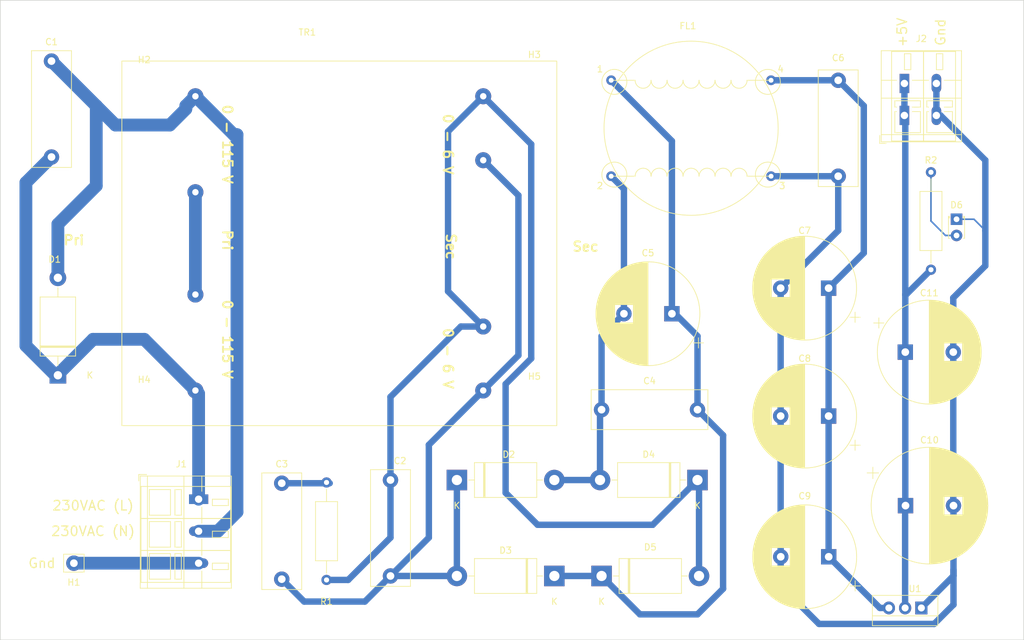
<source format=kicad_pcb>
(kicad_pcb (version 20211014) (generator pcbnew)
  (layers (0 "F.Cu" signal) (31 "B.Cu" signal) (34 "B.Paste" user) (35 "F.Paste" user) (36 "B.SilkS" user "B.Silkscreen") (37 "F.SilkS" user "F.Silkscreen") (38 "B.Mask" user) (39 "F.Mask" user) (44 "Edge.Cuts" user))
  (net 0 "")
  (net 1 "Net-(C1-Pad1)")
  (net 2 "Net-(C1-Pad2)")
  (net 3 "Net-(C2-Pad1)")
  (net 4 "Net-(C2-Pad2)")
  (net 5 "Net-(C3-Pad2)")
  (net 6 "Net-(C4-Pad1)")
  (net 7 "Net-(C4-Pad2)")
  (net 8 "Net-(C6-Pad1)")
  (net 9 "Net-(C10-Pad2)")
  (net 10 "Net-(C10-Pad1)")
  (net 11 "Net-(J1-Pad3)")
  (net 12 "Net-(TR1-Pad2)")
  (net 13 "Net-(D6-Pad2)")
  (footprint "Capacitor_THT:C_Rect_L18.0mm_W6.0mm_P15.00mm_FKS3_FKP3" (layer "F.Cu") (at 126 -179 180)
    (fp_text reference "C4" (at 7.5 4.5) (layer "F.SilkS"))
    (fp_text value "100 nF")
    (pad "1" thru_hole circle (at 0 0 180) (size 2.4 2.4) (drill 1.2) (layers *.Cu *.Mask) (net 6 "Net-(C4-Pad1)"))
    (pad "2" thru_hole circle (at 15 0 180) (size 2.4 2.4) (drill 1.2) (layers *.Cu *.Mask) (net 7 "Net-(C4-Pad2)"))
  )
  (footprint "MountingHole:MountingHole_2.7mm_M2.5" (layer "F.Cu") (at 100.5 -230)
    (fp_text reference "H3" (at 0 -4.5) (layer "F.SilkS"))
    (fp_text value "MountingHole")
    (pad "" np_thru_hole circle (at 0 0) (size 2.7 2.7) (drill 2.7) (layers *.Cu *.Mask))
  )
  (footprint "TerminalBlock_WAGO:TerminalBlock_WAGO_236-402_1x02_P5.00mm_45Degree" (layer "F.Cu") (at 158.35 -230)
    (fp_text reference "J2" (at 2.65 -7) (layer "F.SilkS"))
    (fp_text value "5V DC out")
    (pad "1" thru_hole rect (at 0 5) (size 1.5 3) (drill 1.15) (layers *.Cu *.Mask) (net 10 "Net-(C10-Pad1)"))
    (pad "1" thru_hole rect (at 0 0) (size 1.5 3) (drill 1.15) (layers *.Cu *.Mask) (net 10 "Net-(C10-Pad1)"))
    (pad "2" thru_hole oval (at 5 5) (size 1.5 3) (drill 1.15) (layers *.Cu *.Mask) (net 9 "Net-(C10-Pad2)"))
    (pad "2" thru_hole oval (at 5 0) (size 1.5 3) (drill 1.15) (layers *.Cu *.Mask) (net 9 "Net-(C10-Pad2)"))
  )
  (footprint "Package_TO_SOT_THT:TO-262-3_Vertical" (layer "F.Cu") (at 161 -148 180)
    (fp_text reference "U1" (at 1 3) (layer "F.SilkS"))
    (fp_text value "LM1084-5.0")
    (pad "1" thru_hole rect (at 0 0 180) (size 1.905 2) (drill 1.1) (layers *.Cu *.Mask) (net 9 "Net-(C10-Pad2)"))
    (pad "2" thru_hole oval (at 2.54 0 180) (size 1.905 2) (drill 1.1) (layers *.Cu *.Mask) (net 10 "Net-(C10-Pad1)"))
    (pad "3" thru_hole oval (at 5.08 0 180) (size 1.905 2) (drill 1.1) (layers *.Cu *.Mask) (net 8 "Net-(C6-Pad1)"))
  )
  (footprint "Capacitor_THT:C_Rect_L18.0mm_W6.0mm_P15.00mm_FKS3_FKP3" (layer "F.Cu") (at 148 -230.5 -90)
    (fp_text reference "C6" (at -3.5 0 180) (layer "F.SilkS"))
    (fp_text value "100 nF")
    (pad "1" thru_hole circle (at 0 0 270) (size 2.4 2.4) (drill 1.2) (layers *.Cu *.Mask) (net 8 "Net-(C6-Pad1)"))
    (pad "2" thru_hole circle (at 15 0 270) (size 2.4 2.4) (drill 1.2) (layers *.Cu *.Mask) (net 9 "Net-(C10-Pad2)"))
  )
  (footprint "Diode_THT:D_DO-201AD_P15.24mm_Horizontal" (layer "F.Cu") (at 111 -153)
    (fp_text reference "D5" (at 7.62 -4.5) (layer "F.SilkS"))
    (fp_text value "SB530")
    (fp_text user "K" (at 0 4) (layer "F.SilkS"))
    (pad "1" thru_hole rect (at 0 0) (size 3.2 3.2) (drill 1.6) (layers *.Cu *.Mask) (net 6 "Net-(C4-Pad1)"))
    (pad "2" thru_hole oval (at 15.24 0) (size 3.2 3.2) (drill 1.6) (layers *.Cu *.Mask) (net 4 "Net-(C2-Pad2)"))
  )
  (footprint "Diode_THT:D_DO-201AD_P15.24mm_Horizontal" (layer "F.Cu") (at 88.38 -168)
    (fp_text reference "D2" (at 8.12 -4) (layer "F.SilkS"))
    (fp_text value "SB530")
    (fp_text user "K" (at 0 4) (layer "F.SilkS"))
    (pad "1" thru_hole rect (at 0 0) (size 3.2 3.2) (drill 1.6) (layers *.Cu *.Mask) (net 3 "Net-(C2-Pad1)"))
    (pad "2" thru_hole oval (at 15.24 0) (size 3.2 3.2) (drill 1.6) (layers *.Cu *.Mask) (net 7 "Net-(C4-Pad2)"))
  )
  (footprint "Capacitor_THT:CP_Radial_D16.0mm_P7.50mm" (layer "F.Cu") (at 146.5 -178 180)
    (fp_text reference "C8" (at 3.75 9) (layer "F.SilkS"))
    (fp_text value "4.7 mF")
    (pad "1" thru_hole rect (at 0 0 180) (size 2.4 2.4) (drill 1.2) (layers *.Cu *.Mask) (net 8 "Net-(C6-Pad1)"))
    (pad "2" thru_hole circle (at 7.5 0 180) (size 2.4 2.4) (drill 1.2) (layers *.Cu *.Mask) (net 9 "Net-(C10-Pad2)"))
  )
  (footprint "Diode_THT:D_DO-201AD_P15.24mm_Horizontal" (layer "F.Cu") (at 126 -168 180)
    (fp_text reference "D4" (at 7.62 4) (layer "F.SilkS"))
    (fp_text value "SB530")
    (fp_text user "K" (at 0 -4) (layer "F.SilkS"))
    (pad "1" thru_hole rect (at 0 0 180) (size 3.2 3.2) (drill 1.6) (layers *.Cu *.Mask) (net 4 "Net-(C2-Pad2)"))
    (pad "2" thru_hole oval (at 15.24 0 180) (size 3.2 3.2) (drill 1.6) (layers *.Cu *.Mask) (net 7 "Net-(C4-Pad2)"))
  )
  (footprint "MountingHole:MountingHole_2.7mm_M2.5" (layer "F.Cu") (at 39.5 -230)
    (fp_text reference "H2" (at 0 -3.7) (layer "F.SilkS"))
    (fp_text value "MountingHole")
    (pad "" np_thru_hole circle (at 0 0) (size 2.7 2.7) (drill 2.7) (layers *.Cu *.Mask))
  )
  (footprint "Diode_THT:D_DO-201AE_P15.24mm_Horizontal" (layer "F.Cu") (at 26 -184.38 90)
    (fp_text reference "D1" (at 18.12 -0.5 180) (layer "F.SilkS"))
    (fp_text value "1.5KE440CA")
    (fp_text user "K" (at 0 5 180) (layer "F.SilkS"))
    (pad "1" thru_hole rect (at 0 0 90) (size 2.6 2.6) (drill 1.3) (layers *.Cu *.Mask) (net 2 "Net-(C1-Pad2)"))
    (pad "2" thru_hole oval (at 15.24 0 90) (size 2.6 2.6) (drill 1.3) (layers *.Cu *.Mask) (net 1 "Net-(C1-Pad1)"))
  )
  (footprint "My_Kicad_Lib:Transformer Block FL30-6" (layer "F.Cu") (at 36 -233.5)
    (fp_text reference "TR1" (at 29 -4.5 unlocked) (layer "F.SilkS"))
    (fp_text value "Block FL30/6")
    (fp_text user "0 - 115 V" (at 16.5 43.5 -90 unlocked) (layer "F.SilkS") (effects (font (size 1.5 1.5) (thickness 0.3))))
    (fp_text user "Pri" (at -7.5 28 unlocked) (layer "F.SilkS") (effects (font (size 1.5 1.5) (thickness 0.3))))
    (fp_text user "Sec" (at 72.5 29 unlocked) (layer "F.SilkS") (effects (font (size 1.5 1.5) (thickness 0.3))))
    (fp_text user "Pri" (at 16.5 28 -90 unlocked) (layer "F.SilkS") (effects (font (size 1.5 1.5) (thickness 0.3))))
    (fp_text user "Sec" (at 51.464271 28.995342 -90 unlocked) (layer "F.SilkS") (effects (font (size 1.5 1.5) (thickness 0.3))))
    (fp_text user "0 - 115 V" (at 16.5 13 -90 unlocked) (layer "F.SilkS") (effects (font (size 1.5 1.5) (thickness 0.3))))
    (fp_text user "0 - 6 V" (at 51 46.5 -90 unlocked) (layer "F.SilkS") (effects (font (size 1.5 1.5) (thickness 0.3))))
    (fp_text user "0 - 6 V" (at 51 13 -90 unlocked) (layer "F.SilkS") (effects (font (size 1.5 1.5) (thickness 0.3))))
    (pad "1" thru_hole circle (at 11.5 5.5) (size 2.5 2.5) (drill 1) (layers *.Cu *.Mask) (net 1 "Net-(C1-Pad1)"))
    (pad "2" thru_hole circle (at 11.5 20.5) (size 2.5 2.5) (drill 1) (layers *.Cu *.Mask) (net 12 "Net-(TR1-Pad2)"))
    (pad "3" thru_hole circle (at 11.5 36.5) (size 2.5 2.5) (drill 1) (layers *.Cu *.Mask) (net 12 "Net-(TR1-Pad2)"))
    (pad "4" thru_hole circle (at 11.5 51.5) (size 2.5 2.5) (drill 1) (layers *.Cu *.Mask) (net 2 "Net-(C1-Pad2)"))
    (pad "5" thru_hole circle (at 56.5 5.5) (size 2.5 2.5) (drill 1) (layers *.Cu *.Mask) (net 4 "Net-(C2-Pad2)"))
    (pad "6" thru_hole circle (at 56.5 15.5) (size 2.5 2.5) (drill 1) (layers *.Cu *.Mask) (net 3 "Net-(C2-Pad1)"))
    (pad "7" thru_hole circle (at 56.5 41.5) (size 2.5 2.5) (drill 1) (layers *.Cu *.Mask) (net 4 "Net-(C2-Pad2)"))
    (pad "8" thru_hole circle (at 56.5 51.5) (size 2.5 2.5) (drill 1) (layers *.Cu *.Mask) (net 3 "Net-(C2-Pad1)"))
  )
  (footprint "LED_THT:LED_D1.8mm_W3.3mm_H2.4mm" (layer "F.Cu") (at 166.5 -208.775 -90)
    (fp_text reference "D6" (at -2.225 0 180) (layer "F.SilkS"))
    (fp_text value "LED")
    (pad "1" thru_hole rect (at 0 0 270) (size 1.8 1.8) (drill 0.9) (layers *.Cu *.Mask) (net 9 "Net-(C10-Pad2)"))
    (pad "2" thru_hole circle (at 2.54 0 270) (size 1.8 1.8) (drill 0.9) (layers *.Cu *.Mask) (net 13 "Net-(D6-Pad2)"))
  )
  (footprint "MountingHole:MountingHole_2.7mm_M2.5" (layer "F.Cu") (at 39.5 -180)
    (fp_text reference "H4" (at 0 -3.7) (layer "F.SilkS"))
    (fp_text value "MountingHole")
    (pad "" np_thru_hole circle (at 0 0) (size 2.7 2.7) (drill 2.7) (layers *.Cu *.Mask))
  )
  (footprint "Connector_Pin:Pin_D1.2mm_L10.2mm_W2.9mm_FlatFork" (layer "F.Cu") (at 28.5 -155)
    (fp_text reference "H1" (at 0 3) (layer "F.SilkS"))
    (fp_text value "Chassis Ground")
    (pad "1" thru_hole circle (at 0 0) (size 2.4 2.4) (drill 1.2) (layers *.Cu *.Mask) (net 11 "Net-(J1-Pad3)"))
  )
  (footprint "Capacitor_THT:C_Rect_L18.0mm_W6.0mm_P15.00mm_FKS3_FKP3" (layer "F.Cu") (at 78 -153 90)
    (fp_text reference "C2" (at 18 1.5 180) (layer "F.SilkS"))
    (fp_text value "100 nF")
    (pad "1" thru_hole circle (at 0 0 90) (size 2.4 2.4) (drill 1.2) (layers *.Cu *.Mask) (net 3 "Net-(C2-Pad1)"))
    (pad "2" thru_hole circle (at 15 0 90) (size 2.4 2.4) (drill 1.2) (layers *.Cu *.Mask) (net 4 "Net-(C2-Pad2)"))
  )
  (footprint "MountingHole:MountingHole_2.7mm_M2.5" (layer "F.Cu") (at 100.5 -180.5)
    (fp_text reference "H5" (at 0 -3.7) (layer "F.SilkS"))
    (fp_text value "MountingHole")
    (pad "" np_thru_hole circle (at 0 0) (size 2.7 2.7) (drill 2.7) (layers *.Cu *.Mask))
  )
  (footprint "Capacitor_THT:CP_Radial_D16.0mm_P7.50mm" (layer "F.Cu") (at 146.5 -198 180)
    (fp_text reference "C7" (at 3.75 9) (layer "F.SilkS"))
    (fp_text value "4.7 mF")
    (pad "1" thru_hole rect (at 0 0 180) (size 2.4 2.4) (drill 1.2) (layers *.Cu *.Mask) (net 8 "Net-(C6-Pad1)"))
    (pad "2" thru_hole circle (at 7.5 0 180) (size 2.4 2.4) (drill 1.2) (layers *.Cu *.Mask) (net 9 "Net-(C10-Pad2)"))
  )
  (footprint "Capacitor_THT:C_Rect_L18.0mm_W6.0mm_P15.00mm_FKS3_FKP3" (layer "F.Cu") (at 61 -152.5 90)
    (fp_text reference "C3" (at 18 0 180) (layer "F.SilkS"))
    (fp_text value "100nF")
    (pad "1" thru_hole circle (at 0 0 90) (size 2.4 2.4) (drill 1.2) (layers *.Cu *.Mask) (net 3 "Net-(C2-Pad1)"))
    (pad "2" thru_hole circle (at 15 0 90) (size 2.4 2.4) (drill 1.2) (layers *.Cu *.Mask) (net 5 "Net-(C3-Pad2)"))
  )
  (footprint "Resistor_THT:R_Axial_DIN0309_L9.0mm_D3.2mm_P15.24mm_Horizontal" (layer "F.Cu") (at 162.5 -200.88 90)
    (fp_text reference "R2" (at 17.12 0 180) (layer "F.SilkS"))
    (fp_text value "R")
    (pad "1" thru_hole circle (at 0 0 90) (size 1.6 1.6) (drill 0.8) (layers *.Cu *.Mask) (net 10 "Net-(C10-Pad1)"))
    (pad "2" thru_hole oval (at 15.24 0 90) (size 1.6 1.6) (drill 0.8) (layers *.Cu *.Mask) (net 13 "Net-(D6-Pad2)"))
  )
  (footprint "Capacitor_THT:C_Rect_L18.0mm_W6.0mm_P15.00mm_FKS3_FKP3" (layer "F.Cu") (at 25 -233.5 -90)
    (fp_text reference "C1" (at -3 0 180) (layer "F.SilkS"))
    (fp_text value "150nF X2")
    (pad "1" thru_hole circle (at 0 0 270) (size 2.4 2.4) (drill 1.2) (layers *.Cu *.Mask) (net 1 "Net-(C1-Pad1)"))
    (pad "2" thru_hole circle (at 15 0 270) (size 2.4 2.4) (drill 1.2) (layers *.Cu *.Mask) (net 2 "Net-(C1-Pad2)"))
  )
  (footprint "Resistor_THT:R_Axial_DIN0309_L9.0mm_D3.2mm_P15.24mm_Horizontal" (layer "F.Cu") (at 68 -167.62 -90)
    (fp_text reference "R1" (at 18.62 0 180) (layer "F.SilkS"))
    (fp_text value "100 Ohm")
    (pad "1" thru_hole circle (at 0 0 270) (size 1.6 1.6) (drill 0.8) (layers *.Cu *.Mask) (net 5 "Net-(C3-Pad2)"))
    (pad "2" thru_hole oval (at 15.24 0 270) (size 1.6 1.6) (drill 0.8) (layers *.Cu *.Mask) (net 4 "Net-(C2-Pad2)"))
  )
  (footprint "My_Kicad_Lib:CAF_3.5-2.7_Talema" (layer "F.Cu") (at 111.25 -209.5)
    (fp_text reference "FL1" (at 13.25 -29.5 unlocked) (layer "F.SilkS"))
    (fp_text value "CAF 3.5-2.7")
    (fp_text user "3" (at 28 -4.5 unlocked) (layer "F.SilkS"))
    (fp_text user "2" (at -0.5 -4.5 unlocked) (layer "F.SilkS"))
    (fp_text user "4" (at 27.75 -22.75 unlocked) (layer "F.SilkS"))
    (fp_text user "1" (at -0.5 -22.75 unlocked) (layer "F.SilkS"))
    (pad "1" thru_hole circle (at 1.25 -21) (size 1.524 1.524) (drill 0.762) (layers *.Cu *.Mask) (net 6 "Net-(C4-Pad1)"))
    (pad "2" thru_hole circle (at 26.25 -21) (size 1.524 1.524) (drill 0.762) (layers *.Cu *.Mask) (net 8 "Net-(C6-Pad1)"))
    (pad "3" thru_hole circle (at 1.25 -6) (size 1.524 1.524) (drill 0.762) (layers *.Cu *.Mask) (net 7 "Net-(C4-Pad2)"))
    (pad "4" thru_hole circle (at 26.25 -6) (size 1.524 1.524) (drill 0.762) (layers *.Cu *.Mask) (net 9 "Net-(C10-Pad2)"))
  )
  (footprint "Diode_THT:D_DO-201AD_P15.24mm_Horizontal" (layer "F.Cu") (at 103.62 -153 180)
    (fp_text reference "D3" (at 7.62 4) (layer "F.SilkS"))
    (fp_text value "SB530")
    (fp_text user "K" (at 0 -4) (layer "F.SilkS"))
    (pad "1" thru_hole rect (at 0 0 180) (size 3.2 3.2) (drill 1.6) (layers *.Cu *.Mask) (net 6 "Net-(C4-Pad1)"))
    (pad "2" thru_hole oval (at 15.24 0 180) (size 3.2 3.2) (drill 1.6) (layers *.Cu *.Mask) (net 3 "Net-(C2-Pad1)"))
  )
  (footprint "Capacitor_THT:CP_Radial_D16.0mm_P7.50mm" (layer "F.Cu") (at 158.487246 -188)
    (fp_text reference "C11" (at 3.75 -9.25) (layer "F.SilkS"))
    (fp_text value "27 mF")
    (pad "1" thru_hole rect (at 0 0) (size 2.4 2.4) (drill 1.2) (layers *.Cu *.Mask) (net 10 "Net-(C10-Pad1)"))
    (pad "2" thru_hole circle (at 7.5 0) (size 2.4 2.4) (drill 1.2) (layers *.Cu *.Mask) (net 9 "Net-(C10-Pad2)"))
  )
  (footprint "Capacitor_THT:CP_Radial_D16.0mm_P7.50mm" (layer "F.Cu") (at 122 -194 180)
    (fp_text reference "C5" (at 3.75 9.5) (layer "F.SilkS"))
    (fp_text value "4.7 mF")
    (pad "1" thru_hole rect (at 0 0 180) (size 2.4 2.4) (drill 1.2) (layers *.Cu *.Mask) (net 6 "Net-(C4-Pad1)"))
    (pad "2" thru_hole circle (at 7.5 0 180) (size 2.4 2.4) (drill 1.2) (layers *.Cu *.Mask) (net 7 "Net-(C4-Pad2)"))
  )
  (footprint "Capacitor_THT:CP_Radial_D18.0mm_P7.50mm" (layer "F.Cu") (at 158.52222 -164)
    (fp_text reference "C10" (at 3.75 -10.25) (layer "F.SilkS"))
    (fp_text value "10 mF")
    (pad "1" thru_hole rect (at 0 0) (size 2.4 2.4) (drill 1.2) (layers *.Cu *.Mask) (net 10 "Net-(C10-Pad1)"))
    (pad "2" thru_hole circle (at 7.5 0) (size 2.4 2.4) (drill 1.2) (layers *.Cu *.Mask) (net 9 "Net-(C10-Pad2)"))
  )
  (footprint "Capacitor_THT:CP_Radial_D16.0mm_P7.50mm" (layer "F.Cu") (at 146.512755 -156 180)
    (fp_text reference "C9" (at 3.75 9.5) (layer "F.SilkS"))
    (fp_text value "4.7 mF")
    (pad "1" thru_hole rect (at 0 0 180) (size 2.4 2.4) (drill 1.2) (layers *.Cu *.Mask) (net 8 "Net-(C6-Pad1)"))
    (pad "2" thru_hole circle (at 7.5 0 180) (size 2.4 2.4) (drill 1.2) (layers *.Cu *.Mask) (net 9 "Net-(C10-Pad2)"))
  )
  (footprint "TerminalBlock_WAGO:TerminalBlock_WAGO_236-103_1x03_P5.00mm_45Degree" (layer "F.Cu") (at 48 -165 -90)
    (fp_text reference "J1" (at -5.5 2.7 180) (layer "F.SilkS"))
    (fp_text value "230 V AC in")
    (pad "1" thru_hole rect (at 0 0 270) (size 1.5 3) (drill 1.15) (layers *.Cu *.Mask) (net 2 "Net-(C1-Pad2)"))
    (pad "2" thru_hole oval (at 5 0 270) (size 1.5 3) (drill 1.15) (layers *.Cu *.Mask) (net 1 "Net-(C1-Pad1)"))
    (pad "3" thru_hole oval (at 10 0 270) (size 1.5 3) (drill 1.15) (layers *.Cu *.Mask) (net 11 "Net-(J1-Pad3)"))
  )
  (gr_rect locked (start 17 -243) (end 177 -143) (layer "Edge.Cuts") (width 0.1) (fill none))
  (gr_text "Gnd" (at 164 -238 90) (layer "F.SilkS") (effects (font (size 1.5 1.5) (thickness 0.2))))
  (gr_text "230VAC (L)" (at 31.5 -164) (layer "F.SilkS") (effects (font (size 1.5 1.5) (thickness 0.2))))
  (gr_text "Gnd" (at 23.5 -155) (layer "F.SilkS") (effects (font (size 1.5 1.5) (thickness 0.2))))
  (gr_text "230VAC (N)" (at 31.5 -160) (layer "F.SilkS") (effects (font (size 1.5 1.5) (thickness 0.2))))
  (gr_text "+5V" (at 158 -238 90) (layer "F.SilkS") (effects (font (size 1.5 1.5) (thickness 0.2))))
  (segment (start 54 -222) (end 53.5 -222) (width 2) (layer "B.Cu") (net 1))
  (segment (start 35 -223.5) (end 43.5 -223.5) (width 2) (layer "B.Cu") (net 1))
  (segment (start 53.5 -222) (end 47.5 -228) (width 2) (layer "B.Cu") (net 1))
  (segment (start 54 -163) (end 54 -222) (width 2) (layer "B.Cu") (net 1))
  (segment (start 26 -208) (end 26 -199.62) (width 2) (layer "B.Cu") (net 1))
  (segment (start 51 -160) (end 54 -163) (width 2) (layer "B.Cu") (net 1))
  (segment (start 46 -226) (end 46 -226.5) (width 2) (layer "B.Cu") (net 1))
  (segment (start 48 -160) (end 51 -160) (width 2) (layer "B.Cu") (net 1))
  (segment (start 25 -233.5) (end 32 -226.5) (width 2) (layer "B.Cu") (net 1))
  (segment (start 32 -214) (end 26 -208) (width 2) (layer "B.Cu") (net 1))
  (segment (start 46 -226.5) (end 47.5 -228) (width 2) (layer "B.Cu") (net 1))
  (segment (start 32 -226.5) (end 32 -214) (width 2) (layer "B.Cu") (net 1))
  (segment (start 43.5 -223.5) (end 46 -226) (width 2) (layer "B.Cu") (net 1))
  (segment (start 32 -226.5) (end 35 -223.5) (width 2) (layer "B.Cu") (net 1))
  (segment (start 39.5 -190) (end 47.5 -182) (width 2) (layer "B.Cu") (net 2))
  (segment (start 21 -214.5) (end 25 -218.5) (width 2) (layer "B.Cu") (net 2))
  (segment (start 26 -184.38) (end 25.62 -184.38) (width 2) (layer "B.Cu") (net 2))
  (segment (start 26 -184.38) (end 26 -184.5) (width 2) (layer "B.Cu") (net 2))
  (segment (start 48 -165) (end 48 -181.5) (width 2) (layer "B.Cu") (net 2))
  (segment (start 26 -184.5) (end 31.5 -190) (width 2) (layer "B.Cu") (net 2))
  (segment (start 25.62 -184.38) (end 21 -189) (width 2) (layer "B.Cu") (net 2))
  (segment (start 48 -181.5) (end 47.5 -182) (width 2) (layer "B.Cu") (net 2))
  (segment (start 21 -189) (end 21 -214.5) (width 2) (layer "B.Cu") (net 2))
  (segment (start 31.5 -190) (end 39.5 -190) (width 2) (layer "B.Cu") (net 2))
  (segment (start 98 -187.5) (end 98 -212.5) (width 1) (layer "B.Cu") (net 3))
  (segment (start 84 -159) (end 84 -173.5) (width 1) (layer "B.Cu") (net 3))
  (segment (start 61 -152.5) (end 64.5 -149) (width 1) (layer "B.Cu") (net 3))
  (segment (start 78 -153) (end 88.38 -153) (width 1) (layer "B.Cu") (net 3))
  (segment (start 84 -173.5) (end 92.5 -182) (width 1) (layer "B.Cu") (net 3))
  (segment (start 74 -149) (end 78 -153) (width 1) (layer "B.Cu") (net 3))
  (segment (start 88.38 -177.88) (end 92.5 -182) (width 1) (layer "B.Cu") (net 3))
  (segment (start 64.5 -149) (end 74 -149) (width 1) (layer "B.Cu") (net 3))
  (segment (start 78 -153) (end 84 -159) (width 1) (layer "B.Cu") (net 3))
  (segment (start 98 -212.5) (end 92.5 -218) (width 1) (layer "B.Cu") (net 3))
  (segment (start 92.5 -182) (end 98 -187.5) (width 1) (layer "B.Cu") (net 3))
  (segment (start 88.38 -153) (end 88.38 -168) (width 1) (layer "B.Cu") (net 3))
  (segment (start 89 -192) (end 92.5 -192) (width 1) (layer "B.Cu") (net 4))
  (segment (start 92.5 -192) (end 87 -197.5) (width 1) (layer "B.Cu") (net 4))
  (segment (start 119 -161) (end 101 -161) (width 1) (layer "B.Cu") (net 4))
  (segment (start 78 -181) (end 89 -192) (width 1) (layer "B.Cu") (net 4))
  (segment (start 68 -152.38) (end 71.38 -152.38) (width 1) (layer "B.Cu") (net 4))
  (segment (start 126 -168) (end 119 -161) (width 1) (layer "B.Cu") (net 4))
  (segment (start 78 -168) (end 78 -181) (width 1) (layer "B.Cu") (net 4))
  (segment (start 96 -183) (end 100 -187) (width 1) (layer "B.Cu") (net 4))
  (segment (start 71.38 -152.38) (end 78 -159) (width 1) (layer "B.Cu") (net 4))
  (segment (start 100 -187) (end 100 -220.5) (width 1) (layer "B.Cu") (net 4))
  (segment (start 96 -166) (end 96 -183) (width 1) (layer "B.Cu") (net 4))
  (segment (start 126.24 -153) (end 126.24 -167.76) (width 1) (layer "B.Cu") (net 4))
  (segment (start 87 -222.5) (end 92.5 -228) (width 1) (layer "B.Cu") (net 4))
  (segment (start 100 -220.5) (end 92.5 -228) (width 1) (layer "B.Cu") (net 4))
  (segment (start 126.24 -167.76) (end 126 -168) (width 1) (layer "B.Cu") (net 4))
  (segment (start 87 -197.5) (end 87 -222.5) (width 1) (layer "B.Cu") (net 4))
  (segment (start 101 -161) (end 96 -166) (width 1) (layer "B.Cu") (net 4))
  (segment (start 78 -159) (end 78 -168) (width 1) (layer "B.Cu") (net 4))
  (segment (start 61 -167.5) (end 68.5 -167.5) (width 1) (layer "B.Cu") (net 5))
  (segment (start 130 -175) (end 126 -179) (width 1) (layer "B.Cu") (net 6))
  (segment (start 117 -147) (end 126 -147) (width 1) (layer "B.Cu") (net 6))
  (segment (start 122 -221) (end 112.5 -230.5) (width 1) (layer "B.Cu") (net 6))
  (segment (start 130 -151) (end 130 -175) (width 1) (layer "B.Cu") (net 6))
  (segment (start 122 -194) (end 122 -221) (width 1) (layer "B.Cu") (net 6))
  (segment (start 111 -153) (end 117 -147) (width 1) (layer "B.Cu") (net 6))
  (segment (start 126 -190.5) (end 122.5 -194) (width 1) (layer "B.Cu") (net 6))
  (segment (start 122.5 -194) (end 122 -194) (width 1) (layer "B.Cu") (net 6))
  (segment (start 126 -179) (end 126 -190.5) (width 1) (layer "B.Cu") (net 6))
  (segment (start 103.62 -153) (end 111 -153) (width 1) (layer "B.Cu") (net 6))
  (segment (start 126 -147) (end 130 -151) (width 1) (layer "B.Cu") (net 6))
  (segment (start 114.5 -194) (end 114.5 -213.5) (width 1) (layer "B.Cu") (net 7))
  (segment (start 114.5 -213.5) (end 112.5 -215.5) (width 1) (layer "B.Cu") (net 7))
  (segment (start 110.76 -168) (end 110.76 -178.76) (width 1) (layer "B.Cu") (net 7))
  (segment (start 111 -179) (end 111 -190.5) (width 1) (layer "B.Cu") (net 7))
  (segment (start 103.62 -168) (end 110.76 -168) (width 1) (layer "B.Cu") (net 7))
  (segment (start 110.76 -178.76) (end 111 -179) (width 1) (layer "B.Cu") (net 7))
  (segment (start 111 -190.5) (end 114.5 -194) (width 1) (layer "B.Cu") (net 7))
  (segment (start 146.5 -178) (end 146.5 -156.012755) (width 1) (layer "B.Cu") (net 8))
  (segment (start 137.5 -230.5) (end 148 -230.5) (width 1) (layer "B.Cu") (net 8))
  (segment (start 152 -226.5) (end 152 -203.5) (width 1) (layer "B.Cu") (net 8))
  (segment (start 154.512755 -148) (end 155.92 -148) (width 1) (layer "B.Cu") (net 8))
  (segment (start 146.5 -156.012755) (end 146.512755 -156) (width 1) (layer "B.Cu") (net 8))
  (segment (start 148 -230.5) (end 152 -226.5) (width 1) (layer "B.Cu") (net 8))
  (segment (start 152 -203.5) (end 146.5 -198) (width 1) (layer "B.Cu") (net 8))
  (segment (start 146.512755 -156) (end 154.512755 -148) (width 1) (layer "B.Cu") (net 8))
  (segment (start 146.5 -198) (end 146.5 -178) (width 1) (layer "B.Cu") (net 8))
  (segment (start 171 -218) (end 164 -225) (width 1) (layer "B.Cu") (net 9))
  (segment (start 169.225 -208.775) (end 171 -207) (width 0.25) (layer "B.Cu") (net 9))
  (segment (start 171 -201.5) (end 171 -207) (width 1) (layer "B.Cu") (net 9))
  (segment (start 166.5 -208.775) (end 169.225 -208.775) (width 0.25) (layer "B.Cu") (net 9))
  (segment (start 165.987246 -188) (end 165.987246 -196.487246) (width 1) (layer "B.Cu") (net 9))
  (segment (start 171 -207) (end 171 -218) (width 1) (layer "B.Cu") (net 9))
  (segment (start 139 -156.012755) (end 139.012755 -156) (width 1) (layer "B.Cu") (net 9))
  (segment (start 139 -198) (end 139 -178) (width 1) (layer "B.Cu") (net 9))
  (segment (start 166.02222 -148.5) (end 166.02222 -154) (width 1) (layer "B.Cu") (net 9))
  (segment (start 139 -178) (end 139 -156.012755) (width 1) (layer "B.Cu") (net 9))
  (segment (start 137.5 -215.5) (end 148 -215.5) (width 1) (layer "B.Cu") (net 9))
  (segment (start 139 -157.012755) (end 139 -151.5) (width 1) (layer "B.Cu") (net 9))
  (segment (start 163.35 -225) (end 163.35 -230) (width 1) (layer "B.Cu") (net 9))
  (segment (start 139.012755 -151.487245) (end 145 -145.5) (width 1) (layer "B.Cu") (net 9))
  (segment (start 165.987246 -196.487246) (end 171 -201.5) (width 1) (layer "B.Cu") (net 9))
  (segment (start 166.02222 -164) (end 166.02222 -153.02222) (width 1) (layer "B.Cu") (net 9))
  (segment (start 166.02222 -153.02222) (end 161 -148) (width 1) (layer "B.Cu") (net 9))
  (segment (start 145 -145.5) (end 163 -145.5) (width 1) (layer "B.Cu") (net 9))
  (segment (start 163 -145.5) (end 166.02222 -148.52222) (width 1) (layer "B.Cu") (net 9))
  (segment (start 164 -225) (end 163.35 -225) (width 1) (layer "B.Cu") (net 9))
  (segment (start 165.987246 -188) (end 165.987246 -164.034974) (width 1) (layer "B.Cu") (net 9))
  (segment (start 139 -198) (end 148 -207) (width 1) (layer "B.Cu") (net 9))
  (segment (start 165.987246 -164.034974) (end 166.02222 -164) (width 1) (layer "B.Cu") (net 9))
  (segment (start 148 -207) (end 148 -215.5) (width 1) (layer "B.Cu") (net 9))
  (segment (start 166.02222 -187.965026) (end 165.987246 -188) (width 1) (layer "B.Cu") (net 9))
  (segment (start 158.46 -163.93778) (end 158.52222 -164) (width 2) (layer "F.Cu") (net 10))
  (segment (start 158.52222 -148.06222) (end 158.46 -148) (width 1) (layer "F.Cu") (net 10))
  (segment (start 158.487246 -196.987246) (end 158.487246 -224.862754) (width 1) (layer "B.Cu") (net 10))
  (segment (start 158.487246 -188) (end 158.487246 -164.034974) (width 1) (layer "B.Cu") (net 10))
  (segment (start 158.46 -148) (end 158.46 -163.93778) (width 1) (layer "B.Cu") (net 10))
  (segment (start 158.487246 -196.987246) (end 158.607246 -196.987246) (width 1) (layer "B.Cu") (net 10))
  (segment (start 158.52222 -187.965026) (end 158.487246 -188) (width 1) (layer "B.Cu") (net 10))
  (segment (start 158.35 -225) (end 158.35 -230) (width 1) (layer "B.Cu") (net 10))
  (segment (start 158.487246 -164.034974) (end 158.52222 -164) (width 1) (layer "B.Cu") (net 10))
  (segment (start 158.487246 -188) (end 158.487246 -196.987246) (width 1) (layer "B.Cu") (net 10))
  (segment (start 158.607246 -196.987246) (end 162.5 -200.88) (width 1) (layer "B.Cu") (net 10))
  (segment (start 158.487246 -224.862754) (end 158.35 -225) (width 1) (layer "B.Cu") (net 10))
  (segment (start 158.46 -163.93778) (end 158.52222 -164) (width 1) (layer "B.Cu") (net 10))
  (segment (start 48 -155) (end 28.5 -155) (width 2) (layer "B.Cu") (net 11))
  (segment (start 47.5 -213) (end 47.5 -197) (width 2) (layer "B.Cu") (net 12))
  (segment (start 164.765 -206.235) (end 166.5 -206.235) (width 0.25) (layer "B.Cu") (net 13))
  (segment (start 162.5 -208.5) (end 164.765 -206.235) (width 0.25) (layer "B.Cu") (net 13))
  (segment (start 162.5 -216.12) (end 162.5 -208.5) (width 0.25) (layer "B.Cu") (net 13))
)
</source>
